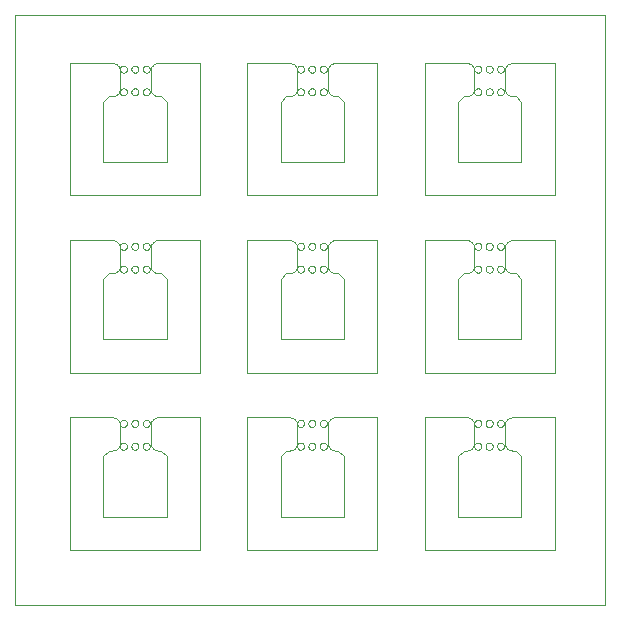
<source format=gko>
G75*
%MOIN*%
%OFA0B0*%
%FSLAX24Y24*%
%IPPOS*%
%LPD*%
%AMOC8*
5,1,8,0,0,1.08239X$1,22.5*
%
%ADD10C,0.0000*%
D10*
X000100Y000100D02*
X000100Y019785D01*
X019785Y019785D01*
X019785Y000100D01*
X000100Y000100D01*
X001950Y001950D02*
X006281Y001950D01*
X006281Y006360D01*
X004878Y006360D01*
X004848Y006358D01*
X004818Y006353D01*
X004789Y006344D01*
X004762Y006331D01*
X004736Y006316D01*
X004712Y006297D01*
X004691Y006276D01*
X004672Y006252D01*
X004657Y006226D01*
X004644Y006199D01*
X004635Y006170D01*
X004630Y006140D01*
X004628Y006110D01*
X004628Y005507D01*
X004363Y005400D02*
X004365Y005421D01*
X004371Y005441D01*
X004380Y005461D01*
X004392Y005478D01*
X004407Y005492D01*
X004425Y005504D01*
X004445Y005512D01*
X004465Y005517D01*
X004486Y005518D01*
X004507Y005515D01*
X004527Y005509D01*
X004546Y005498D01*
X004563Y005485D01*
X004576Y005469D01*
X004587Y005451D01*
X004595Y005431D01*
X004599Y005411D01*
X004599Y005389D01*
X004595Y005369D01*
X004587Y005349D01*
X004576Y005331D01*
X004563Y005315D01*
X004546Y005302D01*
X004527Y005291D01*
X004507Y005285D01*
X004486Y005282D01*
X004465Y005283D01*
X004445Y005288D01*
X004425Y005296D01*
X004407Y005308D01*
X004392Y005322D01*
X004380Y005339D01*
X004371Y005359D01*
X004365Y005379D01*
X004363Y005400D01*
X003983Y005400D02*
X003985Y005421D01*
X003991Y005441D01*
X004000Y005461D01*
X004012Y005478D01*
X004027Y005492D01*
X004045Y005504D01*
X004065Y005512D01*
X004085Y005517D01*
X004106Y005518D01*
X004127Y005515D01*
X004147Y005509D01*
X004166Y005498D01*
X004183Y005485D01*
X004196Y005469D01*
X004207Y005451D01*
X004215Y005431D01*
X004219Y005411D01*
X004219Y005389D01*
X004215Y005369D01*
X004207Y005349D01*
X004196Y005331D01*
X004183Y005315D01*
X004166Y005302D01*
X004147Y005291D01*
X004127Y005285D01*
X004106Y005282D01*
X004085Y005283D01*
X004065Y005288D01*
X004045Y005296D01*
X004027Y005308D01*
X004012Y005322D01*
X004000Y005339D01*
X003991Y005359D01*
X003985Y005379D01*
X003983Y005400D01*
X003603Y005400D02*
X003605Y005421D01*
X003611Y005441D01*
X003620Y005461D01*
X003632Y005478D01*
X003647Y005492D01*
X003665Y005504D01*
X003685Y005512D01*
X003705Y005517D01*
X003726Y005518D01*
X003747Y005515D01*
X003767Y005509D01*
X003786Y005498D01*
X003803Y005485D01*
X003816Y005469D01*
X003827Y005451D01*
X003835Y005431D01*
X003839Y005411D01*
X003839Y005389D01*
X003835Y005369D01*
X003827Y005349D01*
X003816Y005331D01*
X003803Y005315D01*
X003786Y005302D01*
X003767Y005291D01*
X003747Y005285D01*
X003726Y005282D01*
X003705Y005283D01*
X003685Y005288D01*
X003665Y005296D01*
X003647Y005308D01*
X003632Y005322D01*
X003620Y005339D01*
X003611Y005359D01*
X003605Y005379D01*
X003603Y005400D01*
X003604Y005507D02*
X003604Y006110D01*
X003603Y006160D02*
X003605Y006181D01*
X003611Y006201D01*
X003620Y006221D01*
X003632Y006238D01*
X003647Y006252D01*
X003665Y006264D01*
X003685Y006272D01*
X003705Y006277D01*
X003726Y006278D01*
X003747Y006275D01*
X003767Y006269D01*
X003786Y006258D01*
X003803Y006245D01*
X003816Y006229D01*
X003827Y006211D01*
X003835Y006191D01*
X003839Y006171D01*
X003839Y006149D01*
X003835Y006129D01*
X003827Y006109D01*
X003816Y006091D01*
X003803Y006075D01*
X003786Y006062D01*
X003767Y006051D01*
X003747Y006045D01*
X003726Y006042D01*
X003705Y006043D01*
X003685Y006048D01*
X003665Y006056D01*
X003647Y006068D01*
X003632Y006082D01*
X003620Y006099D01*
X003611Y006119D01*
X003605Y006139D01*
X003603Y006160D01*
X003604Y006110D02*
X003602Y006140D01*
X003597Y006170D01*
X003588Y006199D01*
X003575Y006226D01*
X003560Y006252D01*
X003541Y006276D01*
X003520Y006297D01*
X003496Y006316D01*
X003470Y006331D01*
X003443Y006344D01*
X003414Y006353D01*
X003384Y006358D01*
X003354Y006360D01*
X001950Y006360D01*
X001950Y001950D01*
X003053Y003053D02*
X003053Y005061D01*
X003250Y005257D01*
X003354Y005257D01*
X003384Y005259D01*
X003414Y005264D01*
X003443Y005273D01*
X003470Y005286D01*
X003496Y005301D01*
X003520Y005320D01*
X003541Y005341D01*
X003560Y005365D01*
X003575Y005391D01*
X003588Y005418D01*
X003597Y005447D01*
X003602Y005477D01*
X003604Y005507D01*
X003983Y006160D02*
X003985Y006181D01*
X003991Y006201D01*
X004000Y006221D01*
X004012Y006238D01*
X004027Y006252D01*
X004045Y006264D01*
X004065Y006272D01*
X004085Y006277D01*
X004106Y006278D01*
X004127Y006275D01*
X004147Y006269D01*
X004166Y006258D01*
X004183Y006245D01*
X004196Y006229D01*
X004207Y006211D01*
X004215Y006191D01*
X004219Y006171D01*
X004219Y006149D01*
X004215Y006129D01*
X004207Y006109D01*
X004196Y006091D01*
X004183Y006075D01*
X004166Y006062D01*
X004147Y006051D01*
X004127Y006045D01*
X004106Y006042D01*
X004085Y006043D01*
X004065Y006048D01*
X004045Y006056D01*
X004027Y006068D01*
X004012Y006082D01*
X004000Y006099D01*
X003991Y006119D01*
X003985Y006139D01*
X003983Y006160D01*
X004363Y006160D02*
X004365Y006181D01*
X004371Y006201D01*
X004380Y006221D01*
X004392Y006238D01*
X004407Y006252D01*
X004425Y006264D01*
X004445Y006272D01*
X004465Y006277D01*
X004486Y006278D01*
X004507Y006275D01*
X004527Y006269D01*
X004546Y006258D01*
X004563Y006245D01*
X004576Y006229D01*
X004587Y006211D01*
X004595Y006191D01*
X004599Y006171D01*
X004599Y006149D01*
X004595Y006129D01*
X004587Y006109D01*
X004576Y006091D01*
X004563Y006075D01*
X004546Y006062D01*
X004527Y006051D01*
X004507Y006045D01*
X004486Y006042D01*
X004465Y006043D01*
X004445Y006048D01*
X004425Y006056D01*
X004407Y006068D01*
X004392Y006082D01*
X004380Y006099D01*
X004371Y006119D01*
X004365Y006139D01*
X004363Y006160D01*
X004628Y005507D02*
X004630Y005477D01*
X004635Y005447D01*
X004644Y005418D01*
X004657Y005391D01*
X004672Y005365D01*
X004691Y005341D01*
X004712Y005320D01*
X004736Y005301D01*
X004762Y005286D01*
X004789Y005273D01*
X004818Y005264D01*
X004848Y005259D01*
X004878Y005257D01*
X004982Y005257D01*
X005179Y005061D01*
X005179Y003053D01*
X003053Y003053D01*
X001950Y007856D02*
X006281Y007856D01*
X006281Y012265D01*
X004878Y012265D01*
X004848Y012263D01*
X004818Y012258D01*
X004789Y012249D01*
X004762Y012236D01*
X004736Y012221D01*
X004712Y012202D01*
X004691Y012181D01*
X004672Y012157D01*
X004657Y012131D01*
X004644Y012104D01*
X004635Y012075D01*
X004630Y012045D01*
X004628Y012015D01*
X004628Y011413D01*
X004363Y011305D02*
X004365Y011326D01*
X004371Y011346D01*
X004380Y011366D01*
X004392Y011383D01*
X004407Y011397D01*
X004425Y011409D01*
X004445Y011417D01*
X004465Y011422D01*
X004486Y011423D01*
X004507Y011420D01*
X004527Y011414D01*
X004546Y011403D01*
X004563Y011390D01*
X004576Y011374D01*
X004587Y011356D01*
X004595Y011336D01*
X004599Y011316D01*
X004599Y011294D01*
X004595Y011274D01*
X004587Y011254D01*
X004576Y011236D01*
X004563Y011220D01*
X004546Y011207D01*
X004527Y011196D01*
X004507Y011190D01*
X004486Y011187D01*
X004465Y011188D01*
X004445Y011193D01*
X004425Y011201D01*
X004407Y011213D01*
X004392Y011227D01*
X004380Y011244D01*
X004371Y011264D01*
X004365Y011284D01*
X004363Y011305D01*
X003983Y011305D02*
X003985Y011326D01*
X003991Y011346D01*
X004000Y011366D01*
X004012Y011383D01*
X004027Y011397D01*
X004045Y011409D01*
X004065Y011417D01*
X004085Y011422D01*
X004106Y011423D01*
X004127Y011420D01*
X004147Y011414D01*
X004166Y011403D01*
X004183Y011390D01*
X004196Y011374D01*
X004207Y011356D01*
X004215Y011336D01*
X004219Y011316D01*
X004219Y011294D01*
X004215Y011274D01*
X004207Y011254D01*
X004196Y011236D01*
X004183Y011220D01*
X004166Y011207D01*
X004147Y011196D01*
X004127Y011190D01*
X004106Y011187D01*
X004085Y011188D01*
X004065Y011193D01*
X004045Y011201D01*
X004027Y011213D01*
X004012Y011227D01*
X004000Y011244D01*
X003991Y011264D01*
X003985Y011284D01*
X003983Y011305D01*
X003603Y011305D02*
X003605Y011326D01*
X003611Y011346D01*
X003620Y011366D01*
X003632Y011383D01*
X003647Y011397D01*
X003665Y011409D01*
X003685Y011417D01*
X003705Y011422D01*
X003726Y011423D01*
X003747Y011420D01*
X003767Y011414D01*
X003786Y011403D01*
X003803Y011390D01*
X003816Y011374D01*
X003827Y011356D01*
X003835Y011336D01*
X003839Y011316D01*
X003839Y011294D01*
X003835Y011274D01*
X003827Y011254D01*
X003816Y011236D01*
X003803Y011220D01*
X003786Y011207D01*
X003767Y011196D01*
X003747Y011190D01*
X003726Y011187D01*
X003705Y011188D01*
X003685Y011193D01*
X003665Y011201D01*
X003647Y011213D01*
X003632Y011227D01*
X003620Y011244D01*
X003611Y011264D01*
X003605Y011284D01*
X003603Y011305D01*
X003604Y011413D02*
X003604Y012015D01*
X003603Y012065D02*
X003605Y012086D01*
X003611Y012106D01*
X003620Y012126D01*
X003632Y012143D01*
X003647Y012157D01*
X003665Y012169D01*
X003685Y012177D01*
X003705Y012182D01*
X003726Y012183D01*
X003747Y012180D01*
X003767Y012174D01*
X003786Y012163D01*
X003803Y012150D01*
X003816Y012134D01*
X003827Y012116D01*
X003835Y012096D01*
X003839Y012076D01*
X003839Y012054D01*
X003835Y012034D01*
X003827Y012014D01*
X003816Y011996D01*
X003803Y011980D01*
X003786Y011967D01*
X003767Y011956D01*
X003747Y011950D01*
X003726Y011947D01*
X003705Y011948D01*
X003685Y011953D01*
X003665Y011961D01*
X003647Y011973D01*
X003632Y011987D01*
X003620Y012004D01*
X003611Y012024D01*
X003605Y012044D01*
X003603Y012065D01*
X003604Y012015D02*
X003602Y012045D01*
X003597Y012075D01*
X003588Y012104D01*
X003575Y012131D01*
X003560Y012157D01*
X003541Y012181D01*
X003520Y012202D01*
X003496Y012221D01*
X003470Y012236D01*
X003443Y012249D01*
X003414Y012258D01*
X003384Y012263D01*
X003354Y012265D01*
X001950Y012265D01*
X001950Y007856D01*
X003053Y008958D02*
X003053Y010966D01*
X003250Y011163D01*
X003354Y011163D01*
X003384Y011165D01*
X003414Y011170D01*
X003443Y011179D01*
X003470Y011192D01*
X003496Y011207D01*
X003520Y011226D01*
X003541Y011247D01*
X003560Y011271D01*
X003575Y011297D01*
X003588Y011324D01*
X003597Y011353D01*
X003602Y011383D01*
X003604Y011413D01*
X003983Y012065D02*
X003985Y012086D01*
X003991Y012106D01*
X004000Y012126D01*
X004012Y012143D01*
X004027Y012157D01*
X004045Y012169D01*
X004065Y012177D01*
X004085Y012182D01*
X004106Y012183D01*
X004127Y012180D01*
X004147Y012174D01*
X004166Y012163D01*
X004183Y012150D01*
X004196Y012134D01*
X004207Y012116D01*
X004215Y012096D01*
X004219Y012076D01*
X004219Y012054D01*
X004215Y012034D01*
X004207Y012014D01*
X004196Y011996D01*
X004183Y011980D01*
X004166Y011967D01*
X004147Y011956D01*
X004127Y011950D01*
X004106Y011947D01*
X004085Y011948D01*
X004065Y011953D01*
X004045Y011961D01*
X004027Y011973D01*
X004012Y011987D01*
X004000Y012004D01*
X003991Y012024D01*
X003985Y012044D01*
X003983Y012065D01*
X004363Y012065D02*
X004365Y012086D01*
X004371Y012106D01*
X004380Y012126D01*
X004392Y012143D01*
X004407Y012157D01*
X004425Y012169D01*
X004445Y012177D01*
X004465Y012182D01*
X004486Y012183D01*
X004507Y012180D01*
X004527Y012174D01*
X004546Y012163D01*
X004563Y012150D01*
X004576Y012134D01*
X004587Y012116D01*
X004595Y012096D01*
X004599Y012076D01*
X004599Y012054D01*
X004595Y012034D01*
X004587Y012014D01*
X004576Y011996D01*
X004563Y011980D01*
X004546Y011967D01*
X004527Y011956D01*
X004507Y011950D01*
X004486Y011947D01*
X004465Y011948D01*
X004445Y011953D01*
X004425Y011961D01*
X004407Y011973D01*
X004392Y011987D01*
X004380Y012004D01*
X004371Y012024D01*
X004365Y012044D01*
X004363Y012065D01*
X004628Y011413D02*
X004630Y011383D01*
X004635Y011353D01*
X004644Y011324D01*
X004657Y011297D01*
X004672Y011271D01*
X004691Y011247D01*
X004712Y011226D01*
X004736Y011207D01*
X004762Y011192D01*
X004789Y011179D01*
X004818Y011170D01*
X004848Y011165D01*
X004878Y011163D01*
X004982Y011163D01*
X005179Y010966D01*
X005179Y008958D01*
X003053Y008958D01*
X007856Y007856D02*
X012187Y007856D01*
X012187Y012265D01*
X010783Y012265D01*
X010753Y012263D01*
X010723Y012258D01*
X010694Y012249D01*
X010667Y012236D01*
X010641Y012221D01*
X010617Y012202D01*
X010596Y012181D01*
X010577Y012157D01*
X010562Y012131D01*
X010549Y012104D01*
X010540Y012075D01*
X010535Y012045D01*
X010533Y012015D01*
X010533Y011413D01*
X010268Y011305D02*
X010270Y011326D01*
X010276Y011346D01*
X010285Y011366D01*
X010297Y011383D01*
X010312Y011397D01*
X010330Y011409D01*
X010350Y011417D01*
X010370Y011422D01*
X010391Y011423D01*
X010412Y011420D01*
X010432Y011414D01*
X010451Y011403D01*
X010468Y011390D01*
X010481Y011374D01*
X010492Y011356D01*
X010500Y011336D01*
X010504Y011316D01*
X010504Y011294D01*
X010500Y011274D01*
X010492Y011254D01*
X010481Y011236D01*
X010468Y011220D01*
X010451Y011207D01*
X010432Y011196D01*
X010412Y011190D01*
X010391Y011187D01*
X010370Y011188D01*
X010350Y011193D01*
X010330Y011201D01*
X010312Y011213D01*
X010297Y011227D01*
X010285Y011244D01*
X010276Y011264D01*
X010270Y011284D01*
X010268Y011305D01*
X009888Y011305D02*
X009890Y011326D01*
X009896Y011346D01*
X009905Y011366D01*
X009917Y011383D01*
X009932Y011397D01*
X009950Y011409D01*
X009970Y011417D01*
X009990Y011422D01*
X010011Y011423D01*
X010032Y011420D01*
X010052Y011414D01*
X010071Y011403D01*
X010088Y011390D01*
X010101Y011374D01*
X010112Y011356D01*
X010120Y011336D01*
X010124Y011316D01*
X010124Y011294D01*
X010120Y011274D01*
X010112Y011254D01*
X010101Y011236D01*
X010088Y011220D01*
X010071Y011207D01*
X010052Y011196D01*
X010032Y011190D01*
X010011Y011187D01*
X009990Y011188D01*
X009970Y011193D01*
X009950Y011201D01*
X009932Y011213D01*
X009917Y011227D01*
X009905Y011244D01*
X009896Y011264D01*
X009890Y011284D01*
X009888Y011305D01*
X009508Y011305D02*
X009510Y011326D01*
X009516Y011346D01*
X009525Y011366D01*
X009537Y011383D01*
X009552Y011397D01*
X009570Y011409D01*
X009590Y011417D01*
X009610Y011422D01*
X009631Y011423D01*
X009652Y011420D01*
X009672Y011414D01*
X009691Y011403D01*
X009708Y011390D01*
X009721Y011374D01*
X009732Y011356D01*
X009740Y011336D01*
X009744Y011316D01*
X009744Y011294D01*
X009740Y011274D01*
X009732Y011254D01*
X009721Y011236D01*
X009708Y011220D01*
X009691Y011207D01*
X009672Y011196D01*
X009652Y011190D01*
X009631Y011187D01*
X009610Y011188D01*
X009590Y011193D01*
X009570Y011201D01*
X009552Y011213D01*
X009537Y011227D01*
X009525Y011244D01*
X009516Y011264D01*
X009510Y011284D01*
X009508Y011305D01*
X009509Y011413D02*
X009509Y012015D01*
X009508Y012065D02*
X009510Y012086D01*
X009516Y012106D01*
X009525Y012126D01*
X009537Y012143D01*
X009552Y012157D01*
X009570Y012169D01*
X009590Y012177D01*
X009610Y012182D01*
X009631Y012183D01*
X009652Y012180D01*
X009672Y012174D01*
X009691Y012163D01*
X009708Y012150D01*
X009721Y012134D01*
X009732Y012116D01*
X009740Y012096D01*
X009744Y012076D01*
X009744Y012054D01*
X009740Y012034D01*
X009732Y012014D01*
X009721Y011996D01*
X009708Y011980D01*
X009691Y011967D01*
X009672Y011956D01*
X009652Y011950D01*
X009631Y011947D01*
X009610Y011948D01*
X009590Y011953D01*
X009570Y011961D01*
X009552Y011973D01*
X009537Y011987D01*
X009525Y012004D01*
X009516Y012024D01*
X009510Y012044D01*
X009508Y012065D01*
X009509Y012015D02*
X009507Y012045D01*
X009502Y012075D01*
X009493Y012104D01*
X009480Y012131D01*
X009465Y012157D01*
X009446Y012181D01*
X009425Y012202D01*
X009401Y012221D01*
X009375Y012236D01*
X009348Y012249D01*
X009319Y012258D01*
X009289Y012263D01*
X009259Y012265D01*
X007856Y012265D01*
X007856Y007856D01*
X008958Y008958D02*
X008958Y010966D01*
X009155Y011163D01*
X009259Y011163D01*
X009289Y011165D01*
X009319Y011170D01*
X009348Y011179D01*
X009375Y011192D01*
X009401Y011207D01*
X009425Y011226D01*
X009446Y011247D01*
X009465Y011271D01*
X009480Y011297D01*
X009493Y011324D01*
X009502Y011353D01*
X009507Y011383D01*
X009509Y011413D01*
X009888Y012065D02*
X009890Y012086D01*
X009896Y012106D01*
X009905Y012126D01*
X009917Y012143D01*
X009932Y012157D01*
X009950Y012169D01*
X009970Y012177D01*
X009990Y012182D01*
X010011Y012183D01*
X010032Y012180D01*
X010052Y012174D01*
X010071Y012163D01*
X010088Y012150D01*
X010101Y012134D01*
X010112Y012116D01*
X010120Y012096D01*
X010124Y012076D01*
X010124Y012054D01*
X010120Y012034D01*
X010112Y012014D01*
X010101Y011996D01*
X010088Y011980D01*
X010071Y011967D01*
X010052Y011956D01*
X010032Y011950D01*
X010011Y011947D01*
X009990Y011948D01*
X009970Y011953D01*
X009950Y011961D01*
X009932Y011973D01*
X009917Y011987D01*
X009905Y012004D01*
X009896Y012024D01*
X009890Y012044D01*
X009888Y012065D01*
X010268Y012065D02*
X010270Y012086D01*
X010276Y012106D01*
X010285Y012126D01*
X010297Y012143D01*
X010312Y012157D01*
X010330Y012169D01*
X010350Y012177D01*
X010370Y012182D01*
X010391Y012183D01*
X010412Y012180D01*
X010432Y012174D01*
X010451Y012163D01*
X010468Y012150D01*
X010481Y012134D01*
X010492Y012116D01*
X010500Y012096D01*
X010504Y012076D01*
X010504Y012054D01*
X010500Y012034D01*
X010492Y012014D01*
X010481Y011996D01*
X010468Y011980D01*
X010451Y011967D01*
X010432Y011956D01*
X010412Y011950D01*
X010391Y011947D01*
X010370Y011948D01*
X010350Y011953D01*
X010330Y011961D01*
X010312Y011973D01*
X010297Y011987D01*
X010285Y012004D01*
X010276Y012024D01*
X010270Y012044D01*
X010268Y012065D01*
X010533Y011413D02*
X010535Y011383D01*
X010540Y011353D01*
X010549Y011324D01*
X010562Y011297D01*
X010577Y011271D01*
X010596Y011247D01*
X010617Y011226D01*
X010641Y011207D01*
X010667Y011192D01*
X010694Y011179D01*
X010723Y011170D01*
X010753Y011165D01*
X010783Y011163D01*
X010887Y011163D01*
X011084Y010966D01*
X011084Y008958D01*
X008958Y008958D01*
X009259Y006360D02*
X007856Y006360D01*
X007856Y001950D01*
X012187Y001950D01*
X012187Y006360D01*
X010783Y006360D01*
X010753Y006358D01*
X010723Y006353D01*
X010694Y006344D01*
X010667Y006331D01*
X010641Y006316D01*
X010617Y006297D01*
X010596Y006276D01*
X010577Y006252D01*
X010562Y006226D01*
X010549Y006199D01*
X010540Y006170D01*
X010535Y006140D01*
X010533Y006110D01*
X010533Y005507D01*
X010268Y005400D02*
X010270Y005421D01*
X010276Y005441D01*
X010285Y005461D01*
X010297Y005478D01*
X010312Y005492D01*
X010330Y005504D01*
X010350Y005512D01*
X010370Y005517D01*
X010391Y005518D01*
X010412Y005515D01*
X010432Y005509D01*
X010451Y005498D01*
X010468Y005485D01*
X010481Y005469D01*
X010492Y005451D01*
X010500Y005431D01*
X010504Y005411D01*
X010504Y005389D01*
X010500Y005369D01*
X010492Y005349D01*
X010481Y005331D01*
X010468Y005315D01*
X010451Y005302D01*
X010432Y005291D01*
X010412Y005285D01*
X010391Y005282D01*
X010370Y005283D01*
X010350Y005288D01*
X010330Y005296D01*
X010312Y005308D01*
X010297Y005322D01*
X010285Y005339D01*
X010276Y005359D01*
X010270Y005379D01*
X010268Y005400D01*
X009888Y005400D02*
X009890Y005421D01*
X009896Y005441D01*
X009905Y005461D01*
X009917Y005478D01*
X009932Y005492D01*
X009950Y005504D01*
X009970Y005512D01*
X009990Y005517D01*
X010011Y005518D01*
X010032Y005515D01*
X010052Y005509D01*
X010071Y005498D01*
X010088Y005485D01*
X010101Y005469D01*
X010112Y005451D01*
X010120Y005431D01*
X010124Y005411D01*
X010124Y005389D01*
X010120Y005369D01*
X010112Y005349D01*
X010101Y005331D01*
X010088Y005315D01*
X010071Y005302D01*
X010052Y005291D01*
X010032Y005285D01*
X010011Y005282D01*
X009990Y005283D01*
X009970Y005288D01*
X009950Y005296D01*
X009932Y005308D01*
X009917Y005322D01*
X009905Y005339D01*
X009896Y005359D01*
X009890Y005379D01*
X009888Y005400D01*
X009508Y005400D02*
X009510Y005421D01*
X009516Y005441D01*
X009525Y005461D01*
X009537Y005478D01*
X009552Y005492D01*
X009570Y005504D01*
X009590Y005512D01*
X009610Y005517D01*
X009631Y005518D01*
X009652Y005515D01*
X009672Y005509D01*
X009691Y005498D01*
X009708Y005485D01*
X009721Y005469D01*
X009732Y005451D01*
X009740Y005431D01*
X009744Y005411D01*
X009744Y005389D01*
X009740Y005369D01*
X009732Y005349D01*
X009721Y005331D01*
X009708Y005315D01*
X009691Y005302D01*
X009672Y005291D01*
X009652Y005285D01*
X009631Y005282D01*
X009610Y005283D01*
X009590Y005288D01*
X009570Y005296D01*
X009552Y005308D01*
X009537Y005322D01*
X009525Y005339D01*
X009516Y005359D01*
X009510Y005379D01*
X009508Y005400D01*
X009509Y005507D02*
X009509Y006110D01*
X009508Y006160D02*
X009510Y006181D01*
X009516Y006201D01*
X009525Y006221D01*
X009537Y006238D01*
X009552Y006252D01*
X009570Y006264D01*
X009590Y006272D01*
X009610Y006277D01*
X009631Y006278D01*
X009652Y006275D01*
X009672Y006269D01*
X009691Y006258D01*
X009708Y006245D01*
X009721Y006229D01*
X009732Y006211D01*
X009740Y006191D01*
X009744Y006171D01*
X009744Y006149D01*
X009740Y006129D01*
X009732Y006109D01*
X009721Y006091D01*
X009708Y006075D01*
X009691Y006062D01*
X009672Y006051D01*
X009652Y006045D01*
X009631Y006042D01*
X009610Y006043D01*
X009590Y006048D01*
X009570Y006056D01*
X009552Y006068D01*
X009537Y006082D01*
X009525Y006099D01*
X009516Y006119D01*
X009510Y006139D01*
X009508Y006160D01*
X009509Y006110D02*
X009507Y006140D01*
X009502Y006170D01*
X009493Y006199D01*
X009480Y006226D01*
X009465Y006252D01*
X009446Y006276D01*
X009425Y006297D01*
X009401Y006316D01*
X009375Y006331D01*
X009348Y006344D01*
X009319Y006353D01*
X009289Y006358D01*
X009259Y006360D01*
X009888Y006160D02*
X009890Y006181D01*
X009896Y006201D01*
X009905Y006221D01*
X009917Y006238D01*
X009932Y006252D01*
X009950Y006264D01*
X009970Y006272D01*
X009990Y006277D01*
X010011Y006278D01*
X010032Y006275D01*
X010052Y006269D01*
X010071Y006258D01*
X010088Y006245D01*
X010101Y006229D01*
X010112Y006211D01*
X010120Y006191D01*
X010124Y006171D01*
X010124Y006149D01*
X010120Y006129D01*
X010112Y006109D01*
X010101Y006091D01*
X010088Y006075D01*
X010071Y006062D01*
X010052Y006051D01*
X010032Y006045D01*
X010011Y006042D01*
X009990Y006043D01*
X009970Y006048D01*
X009950Y006056D01*
X009932Y006068D01*
X009917Y006082D01*
X009905Y006099D01*
X009896Y006119D01*
X009890Y006139D01*
X009888Y006160D01*
X010268Y006160D02*
X010270Y006181D01*
X010276Y006201D01*
X010285Y006221D01*
X010297Y006238D01*
X010312Y006252D01*
X010330Y006264D01*
X010350Y006272D01*
X010370Y006277D01*
X010391Y006278D01*
X010412Y006275D01*
X010432Y006269D01*
X010451Y006258D01*
X010468Y006245D01*
X010481Y006229D01*
X010492Y006211D01*
X010500Y006191D01*
X010504Y006171D01*
X010504Y006149D01*
X010500Y006129D01*
X010492Y006109D01*
X010481Y006091D01*
X010468Y006075D01*
X010451Y006062D01*
X010432Y006051D01*
X010412Y006045D01*
X010391Y006042D01*
X010370Y006043D01*
X010350Y006048D01*
X010330Y006056D01*
X010312Y006068D01*
X010297Y006082D01*
X010285Y006099D01*
X010276Y006119D01*
X010270Y006139D01*
X010268Y006160D01*
X010533Y005507D02*
X010535Y005477D01*
X010540Y005447D01*
X010549Y005418D01*
X010562Y005391D01*
X010577Y005365D01*
X010596Y005341D01*
X010617Y005320D01*
X010641Y005301D01*
X010667Y005286D01*
X010694Y005273D01*
X010723Y005264D01*
X010753Y005259D01*
X010783Y005257D01*
X010887Y005257D01*
X011084Y005061D01*
X011084Y003053D01*
X008958Y003053D01*
X008958Y005061D01*
X009155Y005257D01*
X009259Y005257D01*
X009289Y005259D01*
X009319Y005264D01*
X009348Y005273D01*
X009375Y005286D01*
X009401Y005301D01*
X009425Y005320D01*
X009446Y005341D01*
X009465Y005365D01*
X009480Y005391D01*
X009493Y005418D01*
X009502Y005447D01*
X009507Y005477D01*
X009509Y005507D01*
X013761Y006360D02*
X013761Y001950D01*
X018092Y001950D01*
X018092Y006360D01*
X016689Y006360D01*
X016659Y006358D01*
X016629Y006353D01*
X016600Y006344D01*
X016573Y006331D01*
X016547Y006316D01*
X016523Y006297D01*
X016502Y006276D01*
X016483Y006252D01*
X016468Y006226D01*
X016455Y006199D01*
X016446Y006170D01*
X016441Y006140D01*
X016439Y006110D01*
X016439Y005507D01*
X016174Y005400D02*
X016176Y005421D01*
X016182Y005441D01*
X016191Y005461D01*
X016203Y005478D01*
X016218Y005492D01*
X016236Y005504D01*
X016256Y005512D01*
X016276Y005517D01*
X016297Y005518D01*
X016318Y005515D01*
X016338Y005509D01*
X016357Y005498D01*
X016374Y005485D01*
X016387Y005469D01*
X016398Y005451D01*
X016406Y005431D01*
X016410Y005411D01*
X016410Y005389D01*
X016406Y005369D01*
X016398Y005349D01*
X016387Y005331D01*
X016374Y005315D01*
X016357Y005302D01*
X016338Y005291D01*
X016318Y005285D01*
X016297Y005282D01*
X016276Y005283D01*
X016256Y005288D01*
X016236Y005296D01*
X016218Y005308D01*
X016203Y005322D01*
X016191Y005339D01*
X016182Y005359D01*
X016176Y005379D01*
X016174Y005400D01*
X015794Y005400D02*
X015796Y005421D01*
X015802Y005441D01*
X015811Y005461D01*
X015823Y005478D01*
X015838Y005492D01*
X015856Y005504D01*
X015876Y005512D01*
X015896Y005517D01*
X015917Y005518D01*
X015938Y005515D01*
X015958Y005509D01*
X015977Y005498D01*
X015994Y005485D01*
X016007Y005469D01*
X016018Y005451D01*
X016026Y005431D01*
X016030Y005411D01*
X016030Y005389D01*
X016026Y005369D01*
X016018Y005349D01*
X016007Y005331D01*
X015994Y005315D01*
X015977Y005302D01*
X015958Y005291D01*
X015938Y005285D01*
X015917Y005282D01*
X015896Y005283D01*
X015876Y005288D01*
X015856Y005296D01*
X015838Y005308D01*
X015823Y005322D01*
X015811Y005339D01*
X015802Y005359D01*
X015796Y005379D01*
X015794Y005400D01*
X015414Y005400D02*
X015416Y005421D01*
X015422Y005441D01*
X015431Y005461D01*
X015443Y005478D01*
X015458Y005492D01*
X015476Y005504D01*
X015496Y005512D01*
X015516Y005517D01*
X015537Y005518D01*
X015558Y005515D01*
X015578Y005509D01*
X015597Y005498D01*
X015614Y005485D01*
X015627Y005469D01*
X015638Y005451D01*
X015646Y005431D01*
X015650Y005411D01*
X015650Y005389D01*
X015646Y005369D01*
X015638Y005349D01*
X015627Y005331D01*
X015614Y005315D01*
X015597Y005302D01*
X015578Y005291D01*
X015558Y005285D01*
X015537Y005282D01*
X015516Y005283D01*
X015496Y005288D01*
X015476Y005296D01*
X015458Y005308D01*
X015443Y005322D01*
X015431Y005339D01*
X015422Y005359D01*
X015416Y005379D01*
X015414Y005400D01*
X015415Y005507D02*
X015415Y006110D01*
X015414Y006160D02*
X015416Y006181D01*
X015422Y006201D01*
X015431Y006221D01*
X015443Y006238D01*
X015458Y006252D01*
X015476Y006264D01*
X015496Y006272D01*
X015516Y006277D01*
X015537Y006278D01*
X015558Y006275D01*
X015578Y006269D01*
X015597Y006258D01*
X015614Y006245D01*
X015627Y006229D01*
X015638Y006211D01*
X015646Y006191D01*
X015650Y006171D01*
X015650Y006149D01*
X015646Y006129D01*
X015638Y006109D01*
X015627Y006091D01*
X015614Y006075D01*
X015597Y006062D01*
X015578Y006051D01*
X015558Y006045D01*
X015537Y006042D01*
X015516Y006043D01*
X015496Y006048D01*
X015476Y006056D01*
X015458Y006068D01*
X015443Y006082D01*
X015431Y006099D01*
X015422Y006119D01*
X015416Y006139D01*
X015414Y006160D01*
X015415Y006110D02*
X015413Y006140D01*
X015408Y006170D01*
X015399Y006199D01*
X015386Y006226D01*
X015371Y006252D01*
X015352Y006276D01*
X015331Y006297D01*
X015307Y006316D01*
X015281Y006331D01*
X015254Y006344D01*
X015225Y006353D01*
X015195Y006358D01*
X015165Y006360D01*
X013761Y006360D01*
X014864Y005061D02*
X015061Y005257D01*
X015165Y005257D01*
X015195Y005259D01*
X015225Y005264D01*
X015254Y005273D01*
X015281Y005286D01*
X015307Y005301D01*
X015331Y005320D01*
X015352Y005341D01*
X015371Y005365D01*
X015386Y005391D01*
X015399Y005418D01*
X015408Y005447D01*
X015413Y005477D01*
X015415Y005507D01*
X014864Y005061D02*
X014864Y003053D01*
X016990Y003053D01*
X016990Y005061D01*
X016793Y005257D01*
X016689Y005257D01*
X016659Y005259D01*
X016629Y005264D01*
X016600Y005273D01*
X016573Y005286D01*
X016547Y005301D01*
X016523Y005320D01*
X016502Y005341D01*
X016483Y005365D01*
X016468Y005391D01*
X016455Y005418D01*
X016446Y005447D01*
X016441Y005477D01*
X016439Y005507D01*
X016174Y006160D02*
X016176Y006181D01*
X016182Y006201D01*
X016191Y006221D01*
X016203Y006238D01*
X016218Y006252D01*
X016236Y006264D01*
X016256Y006272D01*
X016276Y006277D01*
X016297Y006278D01*
X016318Y006275D01*
X016338Y006269D01*
X016357Y006258D01*
X016374Y006245D01*
X016387Y006229D01*
X016398Y006211D01*
X016406Y006191D01*
X016410Y006171D01*
X016410Y006149D01*
X016406Y006129D01*
X016398Y006109D01*
X016387Y006091D01*
X016374Y006075D01*
X016357Y006062D01*
X016338Y006051D01*
X016318Y006045D01*
X016297Y006042D01*
X016276Y006043D01*
X016256Y006048D01*
X016236Y006056D01*
X016218Y006068D01*
X016203Y006082D01*
X016191Y006099D01*
X016182Y006119D01*
X016176Y006139D01*
X016174Y006160D01*
X015794Y006160D02*
X015796Y006181D01*
X015802Y006201D01*
X015811Y006221D01*
X015823Y006238D01*
X015838Y006252D01*
X015856Y006264D01*
X015876Y006272D01*
X015896Y006277D01*
X015917Y006278D01*
X015938Y006275D01*
X015958Y006269D01*
X015977Y006258D01*
X015994Y006245D01*
X016007Y006229D01*
X016018Y006211D01*
X016026Y006191D01*
X016030Y006171D01*
X016030Y006149D01*
X016026Y006129D01*
X016018Y006109D01*
X016007Y006091D01*
X015994Y006075D01*
X015977Y006062D01*
X015958Y006051D01*
X015938Y006045D01*
X015917Y006042D01*
X015896Y006043D01*
X015876Y006048D01*
X015856Y006056D01*
X015838Y006068D01*
X015823Y006082D01*
X015811Y006099D01*
X015802Y006119D01*
X015796Y006139D01*
X015794Y006160D01*
X013761Y007856D02*
X018092Y007856D01*
X018092Y012265D01*
X016689Y012265D01*
X016659Y012263D01*
X016629Y012258D01*
X016600Y012249D01*
X016573Y012236D01*
X016547Y012221D01*
X016523Y012202D01*
X016502Y012181D01*
X016483Y012157D01*
X016468Y012131D01*
X016455Y012104D01*
X016446Y012075D01*
X016441Y012045D01*
X016439Y012015D01*
X016439Y011413D01*
X016174Y011305D02*
X016176Y011326D01*
X016182Y011346D01*
X016191Y011366D01*
X016203Y011383D01*
X016218Y011397D01*
X016236Y011409D01*
X016256Y011417D01*
X016276Y011422D01*
X016297Y011423D01*
X016318Y011420D01*
X016338Y011414D01*
X016357Y011403D01*
X016374Y011390D01*
X016387Y011374D01*
X016398Y011356D01*
X016406Y011336D01*
X016410Y011316D01*
X016410Y011294D01*
X016406Y011274D01*
X016398Y011254D01*
X016387Y011236D01*
X016374Y011220D01*
X016357Y011207D01*
X016338Y011196D01*
X016318Y011190D01*
X016297Y011187D01*
X016276Y011188D01*
X016256Y011193D01*
X016236Y011201D01*
X016218Y011213D01*
X016203Y011227D01*
X016191Y011244D01*
X016182Y011264D01*
X016176Y011284D01*
X016174Y011305D01*
X015794Y011305D02*
X015796Y011326D01*
X015802Y011346D01*
X015811Y011366D01*
X015823Y011383D01*
X015838Y011397D01*
X015856Y011409D01*
X015876Y011417D01*
X015896Y011422D01*
X015917Y011423D01*
X015938Y011420D01*
X015958Y011414D01*
X015977Y011403D01*
X015994Y011390D01*
X016007Y011374D01*
X016018Y011356D01*
X016026Y011336D01*
X016030Y011316D01*
X016030Y011294D01*
X016026Y011274D01*
X016018Y011254D01*
X016007Y011236D01*
X015994Y011220D01*
X015977Y011207D01*
X015958Y011196D01*
X015938Y011190D01*
X015917Y011187D01*
X015896Y011188D01*
X015876Y011193D01*
X015856Y011201D01*
X015838Y011213D01*
X015823Y011227D01*
X015811Y011244D01*
X015802Y011264D01*
X015796Y011284D01*
X015794Y011305D01*
X015414Y011305D02*
X015416Y011326D01*
X015422Y011346D01*
X015431Y011366D01*
X015443Y011383D01*
X015458Y011397D01*
X015476Y011409D01*
X015496Y011417D01*
X015516Y011422D01*
X015537Y011423D01*
X015558Y011420D01*
X015578Y011414D01*
X015597Y011403D01*
X015614Y011390D01*
X015627Y011374D01*
X015638Y011356D01*
X015646Y011336D01*
X015650Y011316D01*
X015650Y011294D01*
X015646Y011274D01*
X015638Y011254D01*
X015627Y011236D01*
X015614Y011220D01*
X015597Y011207D01*
X015578Y011196D01*
X015558Y011190D01*
X015537Y011187D01*
X015516Y011188D01*
X015496Y011193D01*
X015476Y011201D01*
X015458Y011213D01*
X015443Y011227D01*
X015431Y011244D01*
X015422Y011264D01*
X015416Y011284D01*
X015414Y011305D01*
X015415Y011413D02*
X015415Y012015D01*
X015414Y012065D02*
X015416Y012086D01*
X015422Y012106D01*
X015431Y012126D01*
X015443Y012143D01*
X015458Y012157D01*
X015476Y012169D01*
X015496Y012177D01*
X015516Y012182D01*
X015537Y012183D01*
X015558Y012180D01*
X015578Y012174D01*
X015597Y012163D01*
X015614Y012150D01*
X015627Y012134D01*
X015638Y012116D01*
X015646Y012096D01*
X015650Y012076D01*
X015650Y012054D01*
X015646Y012034D01*
X015638Y012014D01*
X015627Y011996D01*
X015614Y011980D01*
X015597Y011967D01*
X015578Y011956D01*
X015558Y011950D01*
X015537Y011947D01*
X015516Y011948D01*
X015496Y011953D01*
X015476Y011961D01*
X015458Y011973D01*
X015443Y011987D01*
X015431Y012004D01*
X015422Y012024D01*
X015416Y012044D01*
X015414Y012065D01*
X015415Y012015D02*
X015413Y012045D01*
X015408Y012075D01*
X015399Y012104D01*
X015386Y012131D01*
X015371Y012157D01*
X015352Y012181D01*
X015331Y012202D01*
X015307Y012221D01*
X015281Y012236D01*
X015254Y012249D01*
X015225Y012258D01*
X015195Y012263D01*
X015165Y012265D01*
X013761Y012265D01*
X013761Y007856D01*
X014864Y008958D02*
X014864Y010966D01*
X015061Y011163D01*
X015165Y011163D01*
X015195Y011165D01*
X015225Y011170D01*
X015254Y011179D01*
X015281Y011192D01*
X015307Y011207D01*
X015331Y011226D01*
X015352Y011247D01*
X015371Y011271D01*
X015386Y011297D01*
X015399Y011324D01*
X015408Y011353D01*
X015413Y011383D01*
X015415Y011413D01*
X015794Y012065D02*
X015796Y012086D01*
X015802Y012106D01*
X015811Y012126D01*
X015823Y012143D01*
X015838Y012157D01*
X015856Y012169D01*
X015876Y012177D01*
X015896Y012182D01*
X015917Y012183D01*
X015938Y012180D01*
X015958Y012174D01*
X015977Y012163D01*
X015994Y012150D01*
X016007Y012134D01*
X016018Y012116D01*
X016026Y012096D01*
X016030Y012076D01*
X016030Y012054D01*
X016026Y012034D01*
X016018Y012014D01*
X016007Y011996D01*
X015994Y011980D01*
X015977Y011967D01*
X015958Y011956D01*
X015938Y011950D01*
X015917Y011947D01*
X015896Y011948D01*
X015876Y011953D01*
X015856Y011961D01*
X015838Y011973D01*
X015823Y011987D01*
X015811Y012004D01*
X015802Y012024D01*
X015796Y012044D01*
X015794Y012065D01*
X016174Y012065D02*
X016176Y012086D01*
X016182Y012106D01*
X016191Y012126D01*
X016203Y012143D01*
X016218Y012157D01*
X016236Y012169D01*
X016256Y012177D01*
X016276Y012182D01*
X016297Y012183D01*
X016318Y012180D01*
X016338Y012174D01*
X016357Y012163D01*
X016374Y012150D01*
X016387Y012134D01*
X016398Y012116D01*
X016406Y012096D01*
X016410Y012076D01*
X016410Y012054D01*
X016406Y012034D01*
X016398Y012014D01*
X016387Y011996D01*
X016374Y011980D01*
X016357Y011967D01*
X016338Y011956D01*
X016318Y011950D01*
X016297Y011947D01*
X016276Y011948D01*
X016256Y011953D01*
X016236Y011961D01*
X016218Y011973D01*
X016203Y011987D01*
X016191Y012004D01*
X016182Y012024D01*
X016176Y012044D01*
X016174Y012065D01*
X016439Y011413D02*
X016441Y011383D01*
X016446Y011353D01*
X016455Y011324D01*
X016468Y011297D01*
X016483Y011271D01*
X016502Y011247D01*
X016523Y011226D01*
X016547Y011207D01*
X016573Y011192D01*
X016600Y011179D01*
X016629Y011170D01*
X016659Y011165D01*
X016689Y011163D01*
X016793Y011163D01*
X016990Y010966D01*
X016990Y008958D01*
X014864Y008958D01*
X013761Y013761D02*
X018092Y013761D01*
X018092Y018171D01*
X016689Y018171D01*
X016659Y018169D01*
X016629Y018164D01*
X016600Y018155D01*
X016573Y018142D01*
X016547Y018127D01*
X016523Y018108D01*
X016502Y018087D01*
X016483Y018063D01*
X016468Y018037D01*
X016455Y018010D01*
X016446Y017981D01*
X016441Y017951D01*
X016439Y017921D01*
X016439Y017319D01*
X016174Y017211D02*
X016176Y017232D01*
X016182Y017252D01*
X016191Y017272D01*
X016203Y017289D01*
X016218Y017303D01*
X016236Y017315D01*
X016256Y017323D01*
X016276Y017328D01*
X016297Y017329D01*
X016318Y017326D01*
X016338Y017320D01*
X016357Y017309D01*
X016374Y017296D01*
X016387Y017280D01*
X016398Y017262D01*
X016406Y017242D01*
X016410Y017222D01*
X016410Y017200D01*
X016406Y017180D01*
X016398Y017160D01*
X016387Y017142D01*
X016374Y017126D01*
X016357Y017113D01*
X016338Y017102D01*
X016318Y017096D01*
X016297Y017093D01*
X016276Y017094D01*
X016256Y017099D01*
X016236Y017107D01*
X016218Y017119D01*
X016203Y017133D01*
X016191Y017150D01*
X016182Y017170D01*
X016176Y017190D01*
X016174Y017211D01*
X015794Y017211D02*
X015796Y017232D01*
X015802Y017252D01*
X015811Y017272D01*
X015823Y017289D01*
X015838Y017303D01*
X015856Y017315D01*
X015876Y017323D01*
X015896Y017328D01*
X015917Y017329D01*
X015938Y017326D01*
X015958Y017320D01*
X015977Y017309D01*
X015994Y017296D01*
X016007Y017280D01*
X016018Y017262D01*
X016026Y017242D01*
X016030Y017222D01*
X016030Y017200D01*
X016026Y017180D01*
X016018Y017160D01*
X016007Y017142D01*
X015994Y017126D01*
X015977Y017113D01*
X015958Y017102D01*
X015938Y017096D01*
X015917Y017093D01*
X015896Y017094D01*
X015876Y017099D01*
X015856Y017107D01*
X015838Y017119D01*
X015823Y017133D01*
X015811Y017150D01*
X015802Y017170D01*
X015796Y017190D01*
X015794Y017211D01*
X015414Y017211D02*
X015416Y017232D01*
X015422Y017252D01*
X015431Y017272D01*
X015443Y017289D01*
X015458Y017303D01*
X015476Y017315D01*
X015496Y017323D01*
X015516Y017328D01*
X015537Y017329D01*
X015558Y017326D01*
X015578Y017320D01*
X015597Y017309D01*
X015614Y017296D01*
X015627Y017280D01*
X015638Y017262D01*
X015646Y017242D01*
X015650Y017222D01*
X015650Y017200D01*
X015646Y017180D01*
X015638Y017160D01*
X015627Y017142D01*
X015614Y017126D01*
X015597Y017113D01*
X015578Y017102D01*
X015558Y017096D01*
X015537Y017093D01*
X015516Y017094D01*
X015496Y017099D01*
X015476Y017107D01*
X015458Y017119D01*
X015443Y017133D01*
X015431Y017150D01*
X015422Y017170D01*
X015416Y017190D01*
X015414Y017211D01*
X015415Y017319D02*
X015415Y017921D01*
X015414Y017971D02*
X015416Y017992D01*
X015422Y018012D01*
X015431Y018032D01*
X015443Y018049D01*
X015458Y018063D01*
X015476Y018075D01*
X015496Y018083D01*
X015516Y018088D01*
X015537Y018089D01*
X015558Y018086D01*
X015578Y018080D01*
X015597Y018069D01*
X015614Y018056D01*
X015627Y018040D01*
X015638Y018022D01*
X015646Y018002D01*
X015650Y017982D01*
X015650Y017960D01*
X015646Y017940D01*
X015638Y017920D01*
X015627Y017902D01*
X015614Y017886D01*
X015597Y017873D01*
X015578Y017862D01*
X015558Y017856D01*
X015537Y017853D01*
X015516Y017854D01*
X015496Y017859D01*
X015476Y017867D01*
X015458Y017879D01*
X015443Y017893D01*
X015431Y017910D01*
X015422Y017930D01*
X015416Y017950D01*
X015414Y017971D01*
X015415Y017921D02*
X015413Y017951D01*
X015408Y017981D01*
X015399Y018010D01*
X015386Y018037D01*
X015371Y018063D01*
X015352Y018087D01*
X015331Y018108D01*
X015307Y018127D01*
X015281Y018142D01*
X015254Y018155D01*
X015225Y018164D01*
X015195Y018169D01*
X015165Y018171D01*
X013761Y018171D01*
X013761Y013761D01*
X014864Y014864D02*
X014864Y016872D01*
X015061Y017069D01*
X015165Y017069D01*
X015195Y017071D01*
X015225Y017076D01*
X015254Y017085D01*
X015281Y017098D01*
X015307Y017113D01*
X015331Y017132D01*
X015352Y017153D01*
X015371Y017177D01*
X015386Y017203D01*
X015399Y017230D01*
X015408Y017259D01*
X015413Y017289D01*
X015415Y017319D01*
X015794Y017971D02*
X015796Y017992D01*
X015802Y018012D01*
X015811Y018032D01*
X015823Y018049D01*
X015838Y018063D01*
X015856Y018075D01*
X015876Y018083D01*
X015896Y018088D01*
X015917Y018089D01*
X015938Y018086D01*
X015958Y018080D01*
X015977Y018069D01*
X015994Y018056D01*
X016007Y018040D01*
X016018Y018022D01*
X016026Y018002D01*
X016030Y017982D01*
X016030Y017960D01*
X016026Y017940D01*
X016018Y017920D01*
X016007Y017902D01*
X015994Y017886D01*
X015977Y017873D01*
X015958Y017862D01*
X015938Y017856D01*
X015917Y017853D01*
X015896Y017854D01*
X015876Y017859D01*
X015856Y017867D01*
X015838Y017879D01*
X015823Y017893D01*
X015811Y017910D01*
X015802Y017930D01*
X015796Y017950D01*
X015794Y017971D01*
X016174Y017971D02*
X016176Y017992D01*
X016182Y018012D01*
X016191Y018032D01*
X016203Y018049D01*
X016218Y018063D01*
X016236Y018075D01*
X016256Y018083D01*
X016276Y018088D01*
X016297Y018089D01*
X016318Y018086D01*
X016338Y018080D01*
X016357Y018069D01*
X016374Y018056D01*
X016387Y018040D01*
X016398Y018022D01*
X016406Y018002D01*
X016410Y017982D01*
X016410Y017960D01*
X016406Y017940D01*
X016398Y017920D01*
X016387Y017902D01*
X016374Y017886D01*
X016357Y017873D01*
X016338Y017862D01*
X016318Y017856D01*
X016297Y017853D01*
X016276Y017854D01*
X016256Y017859D01*
X016236Y017867D01*
X016218Y017879D01*
X016203Y017893D01*
X016191Y017910D01*
X016182Y017930D01*
X016176Y017950D01*
X016174Y017971D01*
X016439Y017319D02*
X016441Y017289D01*
X016446Y017259D01*
X016455Y017230D01*
X016468Y017203D01*
X016483Y017177D01*
X016502Y017153D01*
X016523Y017132D01*
X016547Y017113D01*
X016573Y017098D01*
X016600Y017085D01*
X016629Y017076D01*
X016659Y017071D01*
X016689Y017069D01*
X016793Y017069D01*
X016990Y016872D01*
X016990Y014864D01*
X014864Y014864D01*
X012187Y013761D02*
X012187Y018171D01*
X010783Y018171D01*
X010753Y018169D01*
X010723Y018164D01*
X010694Y018155D01*
X010667Y018142D01*
X010641Y018127D01*
X010617Y018108D01*
X010596Y018087D01*
X010577Y018063D01*
X010562Y018037D01*
X010549Y018010D01*
X010540Y017981D01*
X010535Y017951D01*
X010533Y017921D01*
X010533Y017319D01*
X010268Y017211D02*
X010270Y017232D01*
X010276Y017252D01*
X010285Y017272D01*
X010297Y017289D01*
X010312Y017303D01*
X010330Y017315D01*
X010350Y017323D01*
X010370Y017328D01*
X010391Y017329D01*
X010412Y017326D01*
X010432Y017320D01*
X010451Y017309D01*
X010468Y017296D01*
X010481Y017280D01*
X010492Y017262D01*
X010500Y017242D01*
X010504Y017222D01*
X010504Y017200D01*
X010500Y017180D01*
X010492Y017160D01*
X010481Y017142D01*
X010468Y017126D01*
X010451Y017113D01*
X010432Y017102D01*
X010412Y017096D01*
X010391Y017093D01*
X010370Y017094D01*
X010350Y017099D01*
X010330Y017107D01*
X010312Y017119D01*
X010297Y017133D01*
X010285Y017150D01*
X010276Y017170D01*
X010270Y017190D01*
X010268Y017211D01*
X009888Y017211D02*
X009890Y017232D01*
X009896Y017252D01*
X009905Y017272D01*
X009917Y017289D01*
X009932Y017303D01*
X009950Y017315D01*
X009970Y017323D01*
X009990Y017328D01*
X010011Y017329D01*
X010032Y017326D01*
X010052Y017320D01*
X010071Y017309D01*
X010088Y017296D01*
X010101Y017280D01*
X010112Y017262D01*
X010120Y017242D01*
X010124Y017222D01*
X010124Y017200D01*
X010120Y017180D01*
X010112Y017160D01*
X010101Y017142D01*
X010088Y017126D01*
X010071Y017113D01*
X010052Y017102D01*
X010032Y017096D01*
X010011Y017093D01*
X009990Y017094D01*
X009970Y017099D01*
X009950Y017107D01*
X009932Y017119D01*
X009917Y017133D01*
X009905Y017150D01*
X009896Y017170D01*
X009890Y017190D01*
X009888Y017211D01*
X009508Y017211D02*
X009510Y017232D01*
X009516Y017252D01*
X009525Y017272D01*
X009537Y017289D01*
X009552Y017303D01*
X009570Y017315D01*
X009590Y017323D01*
X009610Y017328D01*
X009631Y017329D01*
X009652Y017326D01*
X009672Y017320D01*
X009691Y017309D01*
X009708Y017296D01*
X009721Y017280D01*
X009732Y017262D01*
X009740Y017242D01*
X009744Y017222D01*
X009744Y017200D01*
X009740Y017180D01*
X009732Y017160D01*
X009721Y017142D01*
X009708Y017126D01*
X009691Y017113D01*
X009672Y017102D01*
X009652Y017096D01*
X009631Y017093D01*
X009610Y017094D01*
X009590Y017099D01*
X009570Y017107D01*
X009552Y017119D01*
X009537Y017133D01*
X009525Y017150D01*
X009516Y017170D01*
X009510Y017190D01*
X009508Y017211D01*
X009509Y017319D02*
X009509Y017921D01*
X009508Y017971D02*
X009510Y017992D01*
X009516Y018012D01*
X009525Y018032D01*
X009537Y018049D01*
X009552Y018063D01*
X009570Y018075D01*
X009590Y018083D01*
X009610Y018088D01*
X009631Y018089D01*
X009652Y018086D01*
X009672Y018080D01*
X009691Y018069D01*
X009708Y018056D01*
X009721Y018040D01*
X009732Y018022D01*
X009740Y018002D01*
X009744Y017982D01*
X009744Y017960D01*
X009740Y017940D01*
X009732Y017920D01*
X009721Y017902D01*
X009708Y017886D01*
X009691Y017873D01*
X009672Y017862D01*
X009652Y017856D01*
X009631Y017853D01*
X009610Y017854D01*
X009590Y017859D01*
X009570Y017867D01*
X009552Y017879D01*
X009537Y017893D01*
X009525Y017910D01*
X009516Y017930D01*
X009510Y017950D01*
X009508Y017971D01*
X009509Y017921D02*
X009507Y017951D01*
X009502Y017981D01*
X009493Y018010D01*
X009480Y018037D01*
X009465Y018063D01*
X009446Y018087D01*
X009425Y018108D01*
X009401Y018127D01*
X009375Y018142D01*
X009348Y018155D01*
X009319Y018164D01*
X009289Y018169D01*
X009259Y018171D01*
X007856Y018171D01*
X007856Y013761D01*
X012187Y013761D01*
X011084Y014864D02*
X008958Y014864D01*
X008958Y016872D01*
X009155Y017069D01*
X009259Y017069D01*
X009289Y017071D01*
X009319Y017076D01*
X009348Y017085D01*
X009375Y017098D01*
X009401Y017113D01*
X009425Y017132D01*
X009446Y017153D01*
X009465Y017177D01*
X009480Y017203D01*
X009493Y017230D01*
X009502Y017259D01*
X009507Y017289D01*
X009509Y017319D01*
X009888Y017971D02*
X009890Y017992D01*
X009896Y018012D01*
X009905Y018032D01*
X009917Y018049D01*
X009932Y018063D01*
X009950Y018075D01*
X009970Y018083D01*
X009990Y018088D01*
X010011Y018089D01*
X010032Y018086D01*
X010052Y018080D01*
X010071Y018069D01*
X010088Y018056D01*
X010101Y018040D01*
X010112Y018022D01*
X010120Y018002D01*
X010124Y017982D01*
X010124Y017960D01*
X010120Y017940D01*
X010112Y017920D01*
X010101Y017902D01*
X010088Y017886D01*
X010071Y017873D01*
X010052Y017862D01*
X010032Y017856D01*
X010011Y017853D01*
X009990Y017854D01*
X009970Y017859D01*
X009950Y017867D01*
X009932Y017879D01*
X009917Y017893D01*
X009905Y017910D01*
X009896Y017930D01*
X009890Y017950D01*
X009888Y017971D01*
X010268Y017971D02*
X010270Y017992D01*
X010276Y018012D01*
X010285Y018032D01*
X010297Y018049D01*
X010312Y018063D01*
X010330Y018075D01*
X010350Y018083D01*
X010370Y018088D01*
X010391Y018089D01*
X010412Y018086D01*
X010432Y018080D01*
X010451Y018069D01*
X010468Y018056D01*
X010481Y018040D01*
X010492Y018022D01*
X010500Y018002D01*
X010504Y017982D01*
X010504Y017960D01*
X010500Y017940D01*
X010492Y017920D01*
X010481Y017902D01*
X010468Y017886D01*
X010451Y017873D01*
X010432Y017862D01*
X010412Y017856D01*
X010391Y017853D01*
X010370Y017854D01*
X010350Y017859D01*
X010330Y017867D01*
X010312Y017879D01*
X010297Y017893D01*
X010285Y017910D01*
X010276Y017930D01*
X010270Y017950D01*
X010268Y017971D01*
X010533Y017319D02*
X010535Y017289D01*
X010540Y017259D01*
X010549Y017230D01*
X010562Y017203D01*
X010577Y017177D01*
X010596Y017153D01*
X010617Y017132D01*
X010641Y017113D01*
X010667Y017098D01*
X010694Y017085D01*
X010723Y017076D01*
X010753Y017071D01*
X010783Y017069D01*
X010887Y017069D01*
X011084Y016872D01*
X011084Y014864D01*
X006281Y013761D02*
X006281Y018171D01*
X004878Y018171D01*
X004848Y018169D01*
X004818Y018164D01*
X004789Y018155D01*
X004762Y018142D01*
X004736Y018127D01*
X004712Y018108D01*
X004691Y018087D01*
X004672Y018063D01*
X004657Y018037D01*
X004644Y018010D01*
X004635Y017981D01*
X004630Y017951D01*
X004628Y017921D01*
X004628Y017319D01*
X004363Y017211D02*
X004365Y017232D01*
X004371Y017252D01*
X004380Y017272D01*
X004392Y017289D01*
X004407Y017303D01*
X004425Y017315D01*
X004445Y017323D01*
X004465Y017328D01*
X004486Y017329D01*
X004507Y017326D01*
X004527Y017320D01*
X004546Y017309D01*
X004563Y017296D01*
X004576Y017280D01*
X004587Y017262D01*
X004595Y017242D01*
X004599Y017222D01*
X004599Y017200D01*
X004595Y017180D01*
X004587Y017160D01*
X004576Y017142D01*
X004563Y017126D01*
X004546Y017113D01*
X004527Y017102D01*
X004507Y017096D01*
X004486Y017093D01*
X004465Y017094D01*
X004445Y017099D01*
X004425Y017107D01*
X004407Y017119D01*
X004392Y017133D01*
X004380Y017150D01*
X004371Y017170D01*
X004365Y017190D01*
X004363Y017211D01*
X003983Y017211D02*
X003985Y017232D01*
X003991Y017252D01*
X004000Y017272D01*
X004012Y017289D01*
X004027Y017303D01*
X004045Y017315D01*
X004065Y017323D01*
X004085Y017328D01*
X004106Y017329D01*
X004127Y017326D01*
X004147Y017320D01*
X004166Y017309D01*
X004183Y017296D01*
X004196Y017280D01*
X004207Y017262D01*
X004215Y017242D01*
X004219Y017222D01*
X004219Y017200D01*
X004215Y017180D01*
X004207Y017160D01*
X004196Y017142D01*
X004183Y017126D01*
X004166Y017113D01*
X004147Y017102D01*
X004127Y017096D01*
X004106Y017093D01*
X004085Y017094D01*
X004065Y017099D01*
X004045Y017107D01*
X004027Y017119D01*
X004012Y017133D01*
X004000Y017150D01*
X003991Y017170D01*
X003985Y017190D01*
X003983Y017211D01*
X003603Y017211D02*
X003605Y017232D01*
X003611Y017252D01*
X003620Y017272D01*
X003632Y017289D01*
X003647Y017303D01*
X003665Y017315D01*
X003685Y017323D01*
X003705Y017328D01*
X003726Y017329D01*
X003747Y017326D01*
X003767Y017320D01*
X003786Y017309D01*
X003803Y017296D01*
X003816Y017280D01*
X003827Y017262D01*
X003835Y017242D01*
X003839Y017222D01*
X003839Y017200D01*
X003835Y017180D01*
X003827Y017160D01*
X003816Y017142D01*
X003803Y017126D01*
X003786Y017113D01*
X003767Y017102D01*
X003747Y017096D01*
X003726Y017093D01*
X003705Y017094D01*
X003685Y017099D01*
X003665Y017107D01*
X003647Y017119D01*
X003632Y017133D01*
X003620Y017150D01*
X003611Y017170D01*
X003605Y017190D01*
X003603Y017211D01*
X003604Y017319D02*
X003604Y017921D01*
X003603Y017971D02*
X003605Y017992D01*
X003611Y018012D01*
X003620Y018032D01*
X003632Y018049D01*
X003647Y018063D01*
X003665Y018075D01*
X003685Y018083D01*
X003705Y018088D01*
X003726Y018089D01*
X003747Y018086D01*
X003767Y018080D01*
X003786Y018069D01*
X003803Y018056D01*
X003816Y018040D01*
X003827Y018022D01*
X003835Y018002D01*
X003839Y017982D01*
X003839Y017960D01*
X003835Y017940D01*
X003827Y017920D01*
X003816Y017902D01*
X003803Y017886D01*
X003786Y017873D01*
X003767Y017862D01*
X003747Y017856D01*
X003726Y017853D01*
X003705Y017854D01*
X003685Y017859D01*
X003665Y017867D01*
X003647Y017879D01*
X003632Y017893D01*
X003620Y017910D01*
X003611Y017930D01*
X003605Y017950D01*
X003603Y017971D01*
X003604Y017921D02*
X003602Y017951D01*
X003597Y017981D01*
X003588Y018010D01*
X003575Y018037D01*
X003560Y018063D01*
X003541Y018087D01*
X003520Y018108D01*
X003496Y018127D01*
X003470Y018142D01*
X003443Y018155D01*
X003414Y018164D01*
X003384Y018169D01*
X003354Y018171D01*
X001950Y018171D01*
X001950Y013761D01*
X006281Y013761D01*
X005179Y014864D02*
X003053Y014864D01*
X003053Y016872D01*
X003250Y017069D01*
X003354Y017069D01*
X003384Y017071D01*
X003414Y017076D01*
X003443Y017085D01*
X003470Y017098D01*
X003496Y017113D01*
X003520Y017132D01*
X003541Y017153D01*
X003560Y017177D01*
X003575Y017203D01*
X003588Y017230D01*
X003597Y017259D01*
X003602Y017289D01*
X003604Y017319D01*
X003983Y017971D02*
X003985Y017992D01*
X003991Y018012D01*
X004000Y018032D01*
X004012Y018049D01*
X004027Y018063D01*
X004045Y018075D01*
X004065Y018083D01*
X004085Y018088D01*
X004106Y018089D01*
X004127Y018086D01*
X004147Y018080D01*
X004166Y018069D01*
X004183Y018056D01*
X004196Y018040D01*
X004207Y018022D01*
X004215Y018002D01*
X004219Y017982D01*
X004219Y017960D01*
X004215Y017940D01*
X004207Y017920D01*
X004196Y017902D01*
X004183Y017886D01*
X004166Y017873D01*
X004147Y017862D01*
X004127Y017856D01*
X004106Y017853D01*
X004085Y017854D01*
X004065Y017859D01*
X004045Y017867D01*
X004027Y017879D01*
X004012Y017893D01*
X004000Y017910D01*
X003991Y017930D01*
X003985Y017950D01*
X003983Y017971D01*
X004363Y017971D02*
X004365Y017992D01*
X004371Y018012D01*
X004380Y018032D01*
X004392Y018049D01*
X004407Y018063D01*
X004425Y018075D01*
X004445Y018083D01*
X004465Y018088D01*
X004486Y018089D01*
X004507Y018086D01*
X004527Y018080D01*
X004546Y018069D01*
X004563Y018056D01*
X004576Y018040D01*
X004587Y018022D01*
X004595Y018002D01*
X004599Y017982D01*
X004599Y017960D01*
X004595Y017940D01*
X004587Y017920D01*
X004576Y017902D01*
X004563Y017886D01*
X004546Y017873D01*
X004527Y017862D01*
X004507Y017856D01*
X004486Y017853D01*
X004465Y017854D01*
X004445Y017859D01*
X004425Y017867D01*
X004407Y017879D01*
X004392Y017893D01*
X004380Y017910D01*
X004371Y017930D01*
X004365Y017950D01*
X004363Y017971D01*
X004628Y017319D02*
X004630Y017289D01*
X004635Y017259D01*
X004644Y017230D01*
X004657Y017203D01*
X004672Y017177D01*
X004691Y017153D01*
X004712Y017132D01*
X004736Y017113D01*
X004762Y017098D01*
X004789Y017085D01*
X004818Y017076D01*
X004848Y017071D01*
X004878Y017069D01*
X004982Y017069D01*
X005179Y016872D01*
X005179Y014864D01*
M02*

</source>
